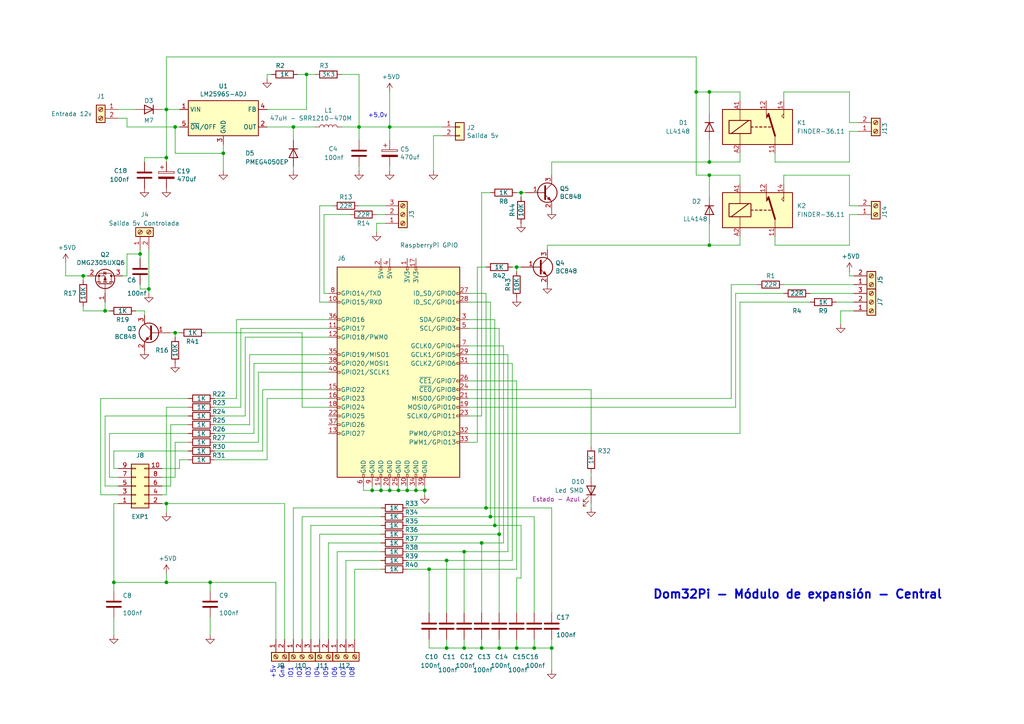
<source format=kicad_sch>
(kicad_sch (version 20211123) (generator eeschema)
  (paper "A4")
  (lib_symbols
    (symbol "Connector:Raspberry_Pi_2_3" (pin_names (offset 1.016))
      (property "Reference" "J" (at -17.78 31.75 0))
      (property "Value" "Raspberry_Pi_2_3" (at 10.16 -31.75 0))
      (symbol "Raspberry_Pi_2_3_1_1"
        (pin power_in line (at 2.54 33.02 270) (length 2.54) (name "3V3") (number "1"))
        (pin bidirectional line (at -20.32 20.32 0) (length 2.54) (name "GPIO15/RXD") (number "10"))
        (pin bidirectional line (at -20.32 12.7 0) (length 2.54) (name "GPIO17") (number "11"))
        (pin bidirectional line (at -20.32 10.16 0) (length 2.54) (name "GPIO18/PWM0") (number "12"))
        (pin bidirectional line (at -20.32 -17.78 0) (length 2.54) (name "GPIO27") (number "13"))
        (pin power_in line (at -5.08 -33.02 90) (length 2.54) (name "GND") (number "14"))
        (pin bidirectional line (at -20.32 -5.08 0) (length 2.54) (name "GPIO22") (number "15"))
        (pin bidirectional line (at -20.32 -7.62 0) (length 2.54) (name "GPIO23") (number "16"))
        (pin power_in line (at 5.08 33.02 270) (length 2.54) (name "3V3") (number "17"))
        (pin bidirectional line (at -20.32 -10.16 0) (length 2.54) (name "GPIO24") (number "18"))
        (pin bidirectional line (at 20.32 -10.16 180) (length 2.54) (name "MOSI0/GPIO10") (number "19"))
        (pin power_in line (at -5.08 33.02 270) (length 2.54) (name "5V") (number "2"))
        (pin power_in line (at -2.54 -33.02 90) (length 2.54) (name "GND") (number "20"))
        (pin bidirectional line (at 20.32 -7.62 180) (length 2.54) (name "MISO0/GPIO9") (number "21"))
        (pin bidirectional line (at -20.32 -12.7 0) (length 2.54) (name "GPIO25") (number "22"))
        (pin bidirectional line (at 20.32 -12.7 180) (length 2.54) (name "SCLK0/GPIO11") (number "23"))
        (pin bidirectional line (at 20.32 -5.08 180) (length 2.54) (name "~{CE0}/GPIO8") (number "24"))
        (pin power_in line (at 0 -33.02 90) (length 2.54) (name "GND") (number "25"))
        (pin bidirectional line (at 20.32 -2.54 180) (length 2.54) (name "~{CE1}/GPIO7") (number "26"))
        (pin bidirectional line (at 20.32 22.86 180) (length 2.54) (name "ID_SD/GPIO0") (number "27"))
        (pin bidirectional line (at 20.32 20.32 180) (length 2.54) (name "ID_SC/GPIO1") (number "28"))
        (pin bidirectional line (at 20.32 5.08 180) (length 2.54) (name "GCLK1/GPIO5") (number "29"))
        (pin bidirectional line (at 20.32 15.24 180) (length 2.54) (name "SDA/GPIO2") (number "3"))
        (pin power_in line (at 2.54 -33.02 90) (length 2.54) (name "GND") (number "30"))
        (pin bidirectional line (at 20.32 2.54 180) (length 2.54) (name "GCLK2/GPIO6") (number "31"))
        (pin bidirectional line (at 20.32 -17.78 180) (length 2.54) (name "PWM0/GPIO12") (number "32"))
        (pin bidirectional line (at 20.32 -20.32 180) (length 2.54) (name "PWM1/GPIO13") (number "33"))
        (pin power_in line (at 5.08 -33.02 90) (length 2.54) (name "GND") (number "34"))
        (pin bidirectional line (at -20.32 5.08 0) (length 2.54) (name "GPIO19/MISO1") (number "35"))
        (pin bidirectional line (at -20.32 15.24 0) (length 2.54) (name "GPIO16") (number "36"))
        (pin bidirectional line (at -20.32 -15.24 0) (length 2.54) (name "GPIO26") (number "37"))
        (pin bidirectional line (at -20.32 2.54 0) (length 2.54) (name "GPIO20/MOSI1") (number "38"))
        (pin power_in line (at 7.62 -33.02 90) (length 2.54) (name "GND") (number "39"))
        (pin power_in line (at -2.54 33.02 270) (length 2.54) (name "5V") (number "4"))
        (pin bidirectional line (at -20.32 0 0) (length 2.54) (name "GPIO21/SCLK1") (number "40"))
        (pin bidirectional line (at 20.32 12.7 180) (length 2.54) (name "SCL/GPIO3") (number "5"))
        (pin power_in line (at -10.16 -33.02 90) (length 2.54) (name "GND") (number "6"))
        (pin bidirectional line (at 20.32 7.62 180) (length 2.54) (name "GCLK0/GPIO4") (number "7"))
        (pin bidirectional line (at -20.32 22.86 0) (length 2.54) (name "GPIO14/TXD") (number "8"))
        (pin power_in line (at -7.62 -33.02 90) (length 2.54) (name "GND") (number "9"))
      )
    )
    (symbol "Connector:Screw_Terminal_01x02" (pin_names (offset 1.016) hide)
      (property "Reference" "J" (at 0 2.54 0))
      (property "Value" "Screw_Terminal_01x02" (at 0 -5.08 0))
      (symbol "Screw_Terminal_01x02_1_1"
        (pin passive line (at -5.08 0 0) (length 3.81) (name "Pin_1") (number "1"))
        (pin passive line (at -5.08 -2.54 0) (length 3.81) (name "Pin_2") (number "2"))
      )
    )
    (symbol "Connector:Screw_Terminal_01x03" (pin_names (offset 1.016) hide)
      (property "Reference" "J" (at 0 5.08 0))
      (property "Value" "Screw_Terminal_01x03" (at 0 -5.08 0))
      (symbol "Screw_Terminal_01x03_1_1"
        (pin passive line (at -5.08 2.54 0) (length 3.81) (name "Pin_1") (number "1"))
        (pin passive line (at -5.08 0 0) (length 3.81) (name "Pin_2") (number "2"))
        (pin passive line (at -5.08 -2.54 0) (length 3.81) (name "Pin_3") (number "3"))
      )
    )
    (symbol "Connector_Generic:Conn_01x02" (pin_names (offset 1.016) hide)
      (property "Reference" "J" (at 0 2.54 0))
      (property "Value" "Conn_01x02" (at 0 -5.08 0))
      (symbol "Conn_01x02_1_1"
        (pin passive line (at -5.08 0 0) (length 3.81) (name "Pin_1") (number "1"))
        (pin passive line (at -5.08 -2.54 0) (length 3.81) (name "Pin_2") (number "2"))
      )
    )
    (symbol "Connector_Generic:Conn_02x05_Odd_Even" (pin_names (offset 1.016) hide)
      (property "Reference" "J" (at 1.27 7.62 0))
      (property "Value" "Conn_02x05_Odd_Even" (at 1.27 -7.62 0))
      (symbol "Conn_02x05_Odd_Even_1_1"
        (pin passive line (at -5.08 5.08 0) (length 3.81) (name "Pin_1") (number "1"))
        (pin passive line (at 7.62 -5.08 180) (length 3.81) (name "Pin_10") (number "10"))
        (pin passive line (at 7.62 5.08 180) (length 3.81) (name "Pin_2") (number "2"))
        (pin passive line (at -5.08 2.54 0) (length 3.81) (name "Pin_3") (number "3"))
        (pin passive line (at 7.62 2.54 180) (length 3.81) (name "Pin_4") (number "4"))
        (pin passive line (at -5.08 0 0) (length 3.81) (name "Pin_5") (number "5"))
        (pin passive line (at 7.62 0 180) (length 3.81) (name "Pin_6") (number "6"))
        (pin passive line (at -5.08 -2.54 0) (length 3.81) (name "Pin_7") (number "7"))
        (pin passive line (at 7.62 -2.54 180) (length 3.81) (name "Pin_8") (number "8"))
        (pin passive line (at -5.08 -5.08 0) (length 3.81) (name "Pin_9") (number "9"))
      )
    )
    (symbol "Device:C" (pin_numbers hide) (pin_names (offset 0.254))
      (property "Reference" "C" (at 0.635 2.54 0))
      (property "Value" "C" (at 0.635 -2.54 0))
      (symbol "C_1_1"
        (pin passive line (at 0 3.81 270) (length 2.794) (name "~") (number "1"))
        (pin passive line (at 0 -3.81 90) (length 2.794) (name "~") (number "2"))
      )
    )
    (symbol "Device:C_Polarized" (pin_numbers hide) (pin_names (offset 0.254))
      (property "Reference" "C" (at 0.635 2.54 0))
      (property "Value" "C_Polarized" (at 0.635 -2.54 0))
      (symbol "C_Polarized_1_1"
        (pin passive line (at 0 3.81 270) (length 2.794) (name "~") (number "1"))
        (pin passive line (at 0 -3.81 90) (length 2.794) (name "~") (number "2"))
      )
    )
    (symbol "Device:D" (pin_numbers hide) (pin_names (offset 1.016) hide)
      (property "Reference" "D" (at 0 2.54 0))
      (property "Value" "D" (at 0 -2.54 0))
      (symbol "D_1_1"
        (pin passive line (at -3.81 0 0) (length 2.54) (name "K") (number "1"))
        (pin passive line (at 3.81 0 180) (length 2.54) (name "A") (number "2"))
      )
    )
    (symbol "Device:L" (pin_numbers hide) (pin_names (offset 1.016) hide)
      (property "Reference" "L" (at -1.27 0 90))
      (property "Value" "L" (at 1.905 0 90))
      (symbol "L_1_1"
        (pin passive line (at 0 3.81 270) (length 1.27) (name "1") (number "1"))
        (pin passive line (at 0 -3.81 90) (length 1.27) (name "2") (number "2"))
      )
    )
    (symbol "Device:LED" (pin_numbers hide) (pin_names (offset 1.016) hide)
      (property "Reference" "D" (at 0 2.54 0))
      (property "Value" "LED" (at 0 -2.54 0))
      (symbol "LED_1_1"
        (pin passive line (at -3.81 0 0) (length 2.54) (name "K") (number "1"))
        (pin passive line (at 3.81 0 180) (length 2.54) (name "A") (number "2"))
      )
    )
    (symbol "Device:Q_NPN_BEC" (pin_names (offset 0) hide)
      (property "Reference" "Q" (at 5.08 1.27 0))
      (property "Value" "Q_NPN_BEC" (at 5.08 -1.27 0))
      (symbol "Q_NPN_BEC_1_1"
        (pin input line (at -5.08 0 0) (length 5.715) (name "B") (number "1"))
        (pin passive line (at 2.54 -5.08 90) (length 2.54) (name "E") (number "2"))
        (pin passive line (at 2.54 5.08 270) (length 2.54) (name "C") (number "3"))
      )
    )
    (symbol "Device:Q_PMOS_GSD" (pin_names (offset 0) hide)
      (property "Reference" "Q" (at 5.08 1.27 0))
      (property "Value" "Q_PMOS_GSD" (at 5.08 -1.27 0))
      (symbol "Q_PMOS_GSD_1_1"
        (pin input line (at -5.08 0 0) (length 2.54) (name "G") (number "1"))
        (pin passive line (at 2.54 -5.08 90) (length 2.54) (name "S") (number "2"))
        (pin passive line (at 2.54 5.08 270) (length 2.54) (name "D") (number "3"))
      )
    )
    (symbol "Device:R" (pin_numbers hide) (pin_names (offset 0))
      (property "Reference" "R" (at 2.032 0 90))
      (property "Value" "R" (at 0 0 90))
      (symbol "R_1_1"
        (pin passive line (at 0 3.81 270) (length 1.27) (name "~") (number "1"))
        (pin passive line (at 0 -3.81 90) (length 1.27) (name "~") (number "2"))
      )
    )
    (symbol "Diode:LL4148" (pin_numbers hide) (pin_names (offset 1.016) hide)
      (property "Reference" "D" (at 0 2.54 0))
      (property "Value" "LL4148" (at 0 -2.54 0))
      (symbol "LL4148_1_1"
        (pin passive line (at -3.81 0 0) (length 2.54) (name "K") (number "1"))
        (pin passive line (at 3.81 0 180) (length 2.54) (name "A") (number "2"))
      )
    )
    (symbol "Regulator_Switching:LM2596S-ADJ"
      (property "Reference" "U" (at -10.16 6.35 0))
      (property "Value" "LM2596S-ADJ" (at 0 6.35 0))
      (symbol "LM2596S-ADJ_1_1"
        (pin power_in line (at -12.7 2.54 0) (length 2.54) (name "VIN") (number "1"))
        (pin output line (at 12.7 -2.54 180) (length 2.54) (name "OUT") (number "2"))
        (pin power_in line (at 0 -7.62 90) (length 2.54) (name "GND") (number "3"))
        (pin input line (at 12.7 2.54 180) (length 2.54) (name "FB") (number "4"))
        (pin input line (at -12.7 -2.54 0) (length 2.54) (name "~{ON}/OFF") (number "5"))
      )
    )
    (symbol "Relay:FINDER-36.11"
      (property "Reference" "K" (at 11.43 3.81 0))
      (property "Value" "FINDER-36.11" (at 11.43 1.27 0))
      (symbol "FINDER-36.11_1_1"
        (pin passive line (at 5.08 -7.62 90) (length 2.54) (name "~") (number "11"))
        (pin passive line (at 2.54 7.62 270) (length 2.54) (name "~") (number "12"))
        (pin passive line (at 7.62 7.62 270) (length 2.54) (name "~") (number "14"))
        (pin passive line (at -5.08 7.62 270) (length 2.54) (name "~") (number "A1"))
        (pin passive line (at -5.08 -7.62 90) (length 2.54) (name "~") (number "A2"))
      )
    )
    (symbol "power:+5VD" (power) (pin_names (offset 0))
      (property "Value" "+5VD" (at 0 3.556 0))
      (symbol "+5VD_1_1"
        (pin power_in line (at 0 0 90) (length 0) hide (name "+5VD") (number "1"))
      )
    )
    (symbol "power:GND" (power) (pin_names (offset 0))
      (property "Value" "GND" (at 0 -3.81 0))
      (symbol "GND_1_1"
        (pin power_in line (at 0 0 270) (length 0) hide (name "GND") (number "1"))
      )
    )
  )
  (junction (at 107.95 142.24))
  (junction (at 143.51 152.4))
  (junction (at 85.09 36.83))
  (junction (at 50.8 36.83))
  (junction (at 113.03 142.24))
  (junction (at 134.62 187.96))
  (junction (at 48.26 168.91))
  (junction (at 48.26 45.72))
  (junction (at 205.74 50.8))
  (junction (at 115.57 142.24))
  (junction (at 113.03 36.83))
  (junction (at 144.78 154.94))
  (junction (at 50.8 96.52))
  (junction (at 151.13 55.88))
  (junction (at 33.02 168.91))
  (junction (at 48.26 146.05))
  (junction (at 134.62 160.02))
  (junction (at 88.9 21.59))
  (junction (at 201.93 26.67))
  (junction (at 123.19 142.24))
  (junction (at 140.97 147.32))
  (junction (at 40.64 73.66))
  (junction (at 154.94 187.96))
  (junction (at 129.54 187.96))
  (junction (at 43.18 83.82))
  (junction (at 24.13 80.01))
  (junction (at 139.7 187.96))
  (junction (at 104.14 36.83))
  (junction (at 205.74 26.67))
  (junction (at 149.86 187.96))
  (junction (at 129.54 162.56))
  (junction (at 60.96 168.91))
  (junction (at 139.7 157.48))
  (junction (at 205.74 71.12))
  (junction (at 205.74 46.99))
  (junction (at 142.24 149.86))
  (junction (at 110.49 142.24))
  (junction (at 30.48 90.17))
  (junction (at 160.02 187.96))
  (junction (at 149.86 77.47))
  (junction (at 120.65 142.24))
  (junction (at 144.78 187.96))
  (junction (at 118.11 142.24))
  (junction (at 64.77 44.45))
  (junction (at 124.46 165.1))
  (junction (at 48.26 31.75))
  (wire (pts (xy 149.86 78.74) (xy 149.86 77.47)))
  (wire (pts (xy 60.96 168.91) (xy 80.01 168.91)))
  (wire (pts (xy 85.09 49.53) (xy 85.09 48.26)))
  (wire (pts (xy 54.61 133.35) (xy 52.07 133.35)))
  (wire (pts (xy 60.96 179.07) (xy 60.96 184.15)))
  (wire (pts (xy 154.94 185.42) (xy 154.94 187.96)))
  (wire (pts (xy 227.33 82.55) (xy 247.65 82.55)))
  (wire (pts (xy 247.65 90.17) (xy 243.84 90.17)))
  (wire (pts (xy 149.86 165.1) (xy 149.86 110.49)))
  (wire (pts (xy 118.11 140.97) (xy 118.11 142.24)))
  (wire (pts (xy 171.45 147.32) (xy 171.45 146.05)))
  (wire (pts (xy 105.41 140.97) (xy 105.41 142.24)))
  (wire (pts (xy 35.56 80.01) (xy 36.83 80.01)))
  (wire (pts (xy 90.17 152.4) (xy 110.49 152.4)))
  (wire (pts (xy 120.65 142.24) (xy 123.19 142.24)))
  (wire (pts (xy 113.03 36.83) (xy 113.03 40.64)))
  (wire (pts (xy 118.11 162.56) (xy 129.54 162.56)))
  (wire (pts (xy 30.48 140.97) (xy 34.29 140.97)))
  (wire (pts (xy 115.57 142.24) (xy 118.11 142.24)))
  (wire (pts (xy 33.02 135.89) (xy 34.29 135.89)))
  (wire (pts (xy 214.63 87.63) (xy 234.95 87.63)))
  (wire (pts (xy 149.86 77.47) (xy 151.13 77.47)))
  (wire (pts (xy 87.63 149.86) (xy 110.49 149.86)))
  (wire (pts (xy 102.87 165.1) (xy 110.49 165.1)))
  (wire (pts (xy 85.09 40.64) (xy 85.09 36.83)))
  (wire (pts (xy 36.83 36.83) (xy 50.8 36.83)))
  (wire (pts (xy 134.62 185.42) (xy 134.62 187.96)))
  (wire (pts (xy 30.48 140.97) (xy 30.48 120.65)))
  (wire (pts (xy 30.48 120.65) (xy 54.61 120.65)))
  (wire (pts (xy 201.93 26.67) (xy 205.74 26.67)))
  (wire (pts (xy 36.83 34.29) (xy 36.83 36.83)))
  (wire (pts (xy 99.06 36.83) (xy 104.14 36.83)))
  (wire (pts (xy 151.13 152.4) (xy 143.51 152.4)))
  (wire (pts (xy 135.89 110.49) (xy 149.86 110.49)))
  (wire (pts (xy 54.61 128.27) (xy 50.8 128.27)))
  (wire (pts (xy 62.23 128.27) (xy 74.93 128.27)))
  (wire (pts (xy 154.94 149.86) (xy 142.24 149.86)))
  (wire (pts (xy 160.02 147.32) (xy 140.97 147.32)))
  (wire (pts (xy 60.96 171.45) (xy 60.96 168.91)))
  (wire (pts (xy 135.89 120.65) (xy 139.7 120.65)))
  (wire (pts (xy 227.33 29.21) (xy 227.33 26.67)))
  (wire (pts (xy 135.89 128.27) (xy 138.43 128.27)))
  (wire (pts (xy 82.55 146.05) (xy 82.55 185.42)))
  (wire (pts (xy 124.46 187.96) (xy 129.54 187.96)))
  (wire (pts (xy 48.26 46.99) (xy 48.26 45.72)))
  (wire (pts (xy 36.83 80.01) (xy 36.83 73.66)))
  (wire (pts (xy 29.21 143.51) (xy 34.29 143.51)))
  (wire (pts (xy 205.74 71.12) (xy 214.63 71.12)))
  (wire (pts (xy 39.37 90.17) (xy 41.91 90.17)))
  (wire (pts (xy 158.75 71.12) (xy 205.74 71.12)))
  (wire (pts (xy 97.79 160.02) (xy 97.79 185.42)))
  (wire (pts (xy 139.7 187.96) (xy 144.78 187.96)))
  (wire (pts (xy 118.11 165.1) (xy 124.46 165.1)))
  (wire (pts (xy 149.86 185.42) (xy 149.86 187.96)))
  (wire (pts (xy 146.05 157.48) (xy 146.05 100.33)))
  (wire (pts (xy 104.14 21.59) (xy 104.14 36.83)))
  (wire (pts (xy 46.99 138.43) (xy 50.8 138.43)))
  (wire (pts (xy 135.89 125.73) (xy 214.63 125.73)))
  (wire (pts (xy 149.86 187.96) (xy 154.94 187.96)))
  (wire (pts (xy 46.99 146.05) (xy 48.26 146.05)))
  (wire (pts (xy 24.13 80.01) (xy 19.05 80.01)))
  (wire (pts (xy 246.38 59.69) (xy 248.92 59.69)))
  (wire (pts (xy 97.79 160.02) (xy 110.49 160.02)))
  (wire (pts (xy 43.18 83.82) (xy 43.18 85.09)))
  (wire (pts (xy 148.59 162.56) (xy 148.59 105.41)))
  (wire (pts (xy 36.83 73.66) (xy 40.64 73.66)))
  (wire (pts (xy 138.43 128.27) (xy 138.43 77.47)))
  (wire (pts (xy 212.09 82.55) (xy 219.71 82.55)))
  (wire (pts (xy 48.26 146.05) (xy 82.55 146.05)))
  (wire (pts (xy 246.38 71.12) (xy 246.38 62.23)))
  (wire (pts (xy 246.38 26.67) (xy 246.38 35.56)))
  (wire (pts (xy 50.8 96.52) (xy 52.07 96.52)))
  (wire (pts (xy 100.33 162.56) (xy 100.33 185.42)))
  (wire (pts (xy 31.75 138.43) (xy 34.29 138.43)))
  (wire (pts (xy 50.8 44.45) (xy 64.77 44.45)))
  (wire (pts (xy 118.11 149.86) (xy 142.24 149.86)))
  (wire (pts (xy 90.17 152.4) (xy 90.17 185.42)))
  (wire (pts (xy 77.47 36.83) (xy 85.09 36.83)))
  (wire (pts (xy 144.78 187.96) (xy 149.86 187.96)))
  (wire (pts (xy 85.09 147.32) (xy 85.09 185.42)))
  (wire (pts (xy 138.43 77.47) (xy 140.97 77.47)))
  (wire (pts (xy 92.71 59.69) (xy 96.52 59.69)))
  (wire (pts (xy 123.19 142.24) (xy 123.19 140.97)))
  (wire (pts (xy 34.29 146.05) (xy 33.02 146.05)))
  (wire (pts (xy 142.24 149.86) (xy 142.24 87.63)))
  (wire (pts (xy 139.7 185.42) (xy 139.7 187.96)))
  (wire (pts (xy 139.7 120.65) (xy 139.7 55.88)))
  (wire (pts (xy 129.54 177.8) (xy 129.54 162.56)))
  (wire (pts (xy 93.98 62.23) (xy 101.6 62.23)))
  (wire (pts (xy 135.89 105.41) (xy 148.59 105.41)))
  (wire (pts (xy 78.74 21.59) (xy 77.47 21.59)))
  (wire (pts (xy 77.47 115.57) (xy 95.25 115.57)))
  (wire (pts (xy 242.57 87.63) (xy 247.65 87.63)))
  (wire (pts (xy 227.33 50.8) (xy 246.38 50.8)))
  (wire (pts (xy 54.61 123.19) (xy 49.53 123.19)))
  (wire (pts (xy 246.38 50.8) (xy 246.38 59.69)))
  (wire (pts (xy 72.39 102.87) (xy 95.25 102.87)))
  (wire (pts (xy 134.62 160.02) (xy 147.32 160.02)))
  (wire (pts (xy 151.13 55.88) (xy 152.4 55.88)))
  (wire (pts (xy 224.79 46.99) (xy 246.38 46.99)))
  (wire (pts (xy 246.38 35.56) (xy 248.92 35.56)))
  (wire (pts (xy 160.02 177.8) (xy 160.02 147.32)))
  (wire (pts (xy 135.89 92.71) (xy 143.51 92.71)))
  (wire (pts (xy 71.12 97.79) (xy 95.25 97.79)))
  (wire (pts (xy 30.48 90.17) (xy 31.75 90.17)))
  (wire (pts (xy 205.74 40.64) (xy 205.74 46.99)))
  (wire (pts (xy 227.33 53.34) (xy 227.33 50.8)))
  (wire (pts (xy 48.26 16.51) (xy 48.26 31.75)))
  (wire (pts (xy 104.14 40.64) (xy 104.14 36.83)))
  (wire (pts (xy 30.48 87.63) (xy 30.48 90.17)))
  (wire (pts (xy 135.89 95.25) (xy 144.78 95.25)))
  (wire (pts (xy 87.63 96.52) (xy 87.63 118.11)))
  (wire (pts (xy 24.13 80.01) (xy 24.13 81.28)))
  (wire (pts (xy 46.99 143.51) (xy 48.26 143.51)))
  (wire (pts (xy 62.23 118.11) (xy 69.85 118.11)))
  (wire (pts (xy 29.21 115.57) (xy 54.61 115.57)))
  (wire (pts (xy 129.54 185.42) (xy 129.54 187.96)))
  (wire (pts (xy 73.66 105.41) (xy 95.25 105.41)))
  (wire (pts (xy 160.02 46.99) (xy 160.02 50.8)))
  (wire (pts (xy 24.13 90.17) (xy 30.48 90.17)))
  (wire (pts (xy 33.02 146.05) (xy 33.02 168.91)))
  (wire (pts (xy 118.11 147.32) (xy 140.97 147.32)))
  (wire (pts (xy 118.11 160.02) (xy 134.62 160.02)))
  (wire (pts (xy 246.38 80.01) (xy 246.38 78.74)))
  (wire (pts (xy 62.23 120.65) (xy 71.12 120.65)))
  (wire (pts (xy 62.23 130.81) (xy 76.2 130.81)))
  (wire (pts (xy 49.53 96.52) (xy 50.8 96.52)))
  (wire (pts (xy 105.41 142.24) (xy 107.95 142.24)))
  (wire (pts (xy 41.91 90.17) (xy 41.91 91.44)))
  (wire (pts (xy 54.61 130.81) (xy 33.02 130.81)))
  (wire (pts (xy 243.84 90.17) (xy 243.84 93.98)))
  (wire (pts (xy 40.64 72.39) (xy 40.64 73.66)))
  (wire (pts (xy 134.62 187.96) (xy 139.7 187.96)))
  (wire (pts (xy 140.97 147.32) (xy 140.97 85.09)))
  (wire (pts (xy 113.03 142.24) (xy 115.57 142.24)))
  (wire (pts (xy 88.9 21.59) (xy 86.36 21.59)))
  (wire (pts (xy 143.51 152.4) (xy 143.51 92.71)))
  (wire (pts (xy 111.76 64.77) (xy 109.22 64.77)))
  (wire (pts (xy 54.61 125.73) (xy 31.75 125.73)))
  (wire (pts (xy 124.46 165.1) (xy 149.86 165.1)))
  (wire (pts (xy 33.02 168.91) (xy 33.02 171.45)))
  (wire (pts (xy 110.49 140.97) (xy 110.49 142.24)))
  (wire (pts (xy 135.89 85.09) (xy 140.97 85.09)))
  (wire (pts (xy 48.26 118.11) (xy 48.26 143.51)))
  (wire (pts (xy 128.27 39.37) (xy 125.73 39.37)))
  (wire (pts (xy 40.64 82.55) (xy 40.64 83.82)))
  (wire (pts (xy 71.12 120.65) (xy 71.12 97.79)))
  (wire (pts (xy 85.09 147.32) (xy 110.49 147.32)))
  (wire (pts (xy 135.89 118.11) (xy 213.36 118.11)))
  (wire (pts (xy 205.74 50.8) (xy 205.74 57.15)))
  (wire (pts (xy 104.14 59.69) (xy 111.76 59.69)))
  (wire (pts (xy 118.11 142.24) (xy 120.65 142.24)))
  (wire (pts (xy 212.09 115.57) (xy 212.09 82.55)))
  (wire (pts (xy 171.45 113.03) (xy 171.45 129.54)))
  (wire (pts (xy 109.22 62.23) (xy 111.76 62.23)))
  (wire (pts (xy 74.93 107.95) (xy 95.25 107.95)))
  (wire (pts (xy 77.47 21.59) (xy 77.47 22.86)))
  (wire (pts (xy 40.64 73.66) (xy 40.64 74.93)))
  (wire (pts (xy 62.23 123.19) (xy 72.39 123.19)))
  (wire (pts (xy 160.02 187.96) (xy 160.02 194.31)))
  (wire (pts (xy 201.93 50.8) (xy 201.93 26.67)))
  (wire (pts (xy 134.62 177.8) (xy 134.62 160.02)))
  (wire (pts (xy 40.64 83.82) (xy 43.18 83.82)))
  (wire (pts (xy 48.26 166.37) (xy 48.26 168.91)))
  (wire (pts (xy 224.79 71.12) (xy 246.38 71.12)))
  (wire (pts (xy 113.03 49.53) (xy 113.03 48.26)))
  (wire (pts (xy 135.89 102.87) (xy 147.32 102.87)))
  (wire (pts (xy 72.39 123.19) (xy 72.39 102.87)))
  (wire (pts (xy 160.02 46.99) (xy 205.74 46.99)))
  (wire (pts (xy 124.46 185.42) (xy 124.46 187.96)))
  (wire (pts (xy 213.36 85.09) (xy 227.33 85.09)))
  (wire (pts (xy 99.06 21.59) (xy 104.14 21.59)))
  (wire (pts (xy 151.13 167.64) (xy 151.13 152.4)))
  (wire (pts (xy 95.25 157.48) (xy 95.25 185.42)))
  (wire (pts (xy 77.47 133.35) (xy 77.47 115.57)))
  (wire (pts (xy 129.54 162.56) (xy 148.59 162.56)))
  (wire (pts (xy 64.77 41.91) (xy 64.77 44.45)))
  (wire (pts (xy 62.23 125.73) (xy 73.66 125.73)))
  (wire (pts (xy 205.74 46.99) (xy 214.63 46.99)))
  (wire (pts (xy 92.71 59.69) (xy 92.71 87.63)))
  (wire (pts (xy 246.38 46.99) (xy 246.38 38.1)))
  (wire (pts (xy 41.91 45.72) (xy 48.26 45.72)))
  (wire (pts (xy 151.13 57.15) (xy 151.13 55.88)))
  (wire (pts (xy 118.11 157.48) (xy 139.7 157.48)))
  (wire (pts (xy 77.47 31.75) (xy 88.9 31.75)))
  (wire (pts (xy 214.63 44.45) (xy 214.63 46.99)))
  (wire (pts (xy 214.63 125.73) (xy 214.63 87.63)))
  (wire (pts (xy 214.63 50.8) (xy 205.74 50.8)))
  (wire (pts (xy 201.93 26.67) (xy 201.93 16.51)))
  (wire (pts (xy 73.66 125.73) (xy 73.66 105.41)))
  (wire (pts (xy 68.58 115.57) (xy 68.58 92.71)))
  (wire (pts (xy 205.74 64.77) (xy 205.74 71.12)))
  (wire (pts (xy 158.75 71.12) (xy 158.75 72.39)))
  (wire (pts (xy 125.73 39.37) (xy 125.73 49.53)))
  (wire (pts (xy 135.89 115.57) (xy 212.09 115.57)))
  (wire (pts (xy 33.02 168.91) (xy 48.26 168.91)))
  (wire (pts (xy 214.63 53.34) (xy 214.63 50.8)))
  (wire (pts (xy 92.71 154.94) (xy 110.49 154.94)))
  (wire (pts (xy 109.22 64.77) (xy 109.22 67.31)))
  (wire (pts (xy 74.93 128.27) (xy 74.93 107.95)))
  (wire (pts (xy 214.63 29.21) (xy 214.63 26.67)))
  (wire (pts (xy 139.7 55.88) (xy 142.24 55.88)))
  (wire (pts (xy 205.74 50.8) (xy 201.93 50.8)))
  (wire (pts (xy 93.98 62.23) (xy 93.98 85.09)))
  (wire (pts (xy 154.94 187.96) (xy 160.02 187.96)))
  (wire (pts (xy 213.36 118.11) (xy 213.36 85.09)))
  (wire (pts (xy 124.46 177.8) (xy 124.46 165.1)))
  (wire (pts (xy 92.71 87.63) (xy 95.25 87.63)))
  (wire (pts (xy 113.03 142.24) (xy 113.03 140.97)))
  (wire (pts (xy 69.85 95.25) (xy 95.25 95.25)))
  (wire (pts (xy 52.07 133.35) (xy 52.07 135.89)))
  (wire (pts (xy 69.85 118.11) (xy 69.85 95.25)))
  (wire (pts (xy 107.95 140.97) (xy 107.95 142.24)))
  (wire (pts (xy 95.25 157.48) (xy 110.49 157.48)))
  (wire (pts (xy 135.89 113.03) (xy 171.45 113.03)))
  (wire (pts (xy 115.57 140.97) (xy 115.57 142.24)))
  (wire (pts (xy 92.71 154.94) (xy 92.71 185.42)))
  (wire (pts (xy 64.77 44.45) (xy 64.77 49.53)))
  (wire (pts (xy 102.87 165.1) (xy 102.87 185.42)))
  (wire (pts (xy 33.02 130.81) (xy 33.02 135.89)))
  (wire (pts (xy 135.89 100.33) (xy 146.05 100.33)))
  (wire (pts (xy 19.05 80.01) (xy 19.05 76.2)))
  (wire (pts (xy 224.79 68.58) (xy 224.79 71.12)))
  (wire (pts (xy 107.95 142.24) (xy 110.49 142.24)))
  (wire (pts (xy 50.8 36.83) (xy 50.8 44.45)))
  (wire (pts (xy 129.54 187.96) (xy 134.62 187.96)))
  (wire (pts (xy 149.86 167.64) (xy 151.13 167.64)))
  (wire (pts (xy 54.61 118.11) (xy 48.26 118.11)))
  (wire (pts (xy 160.02 185.42) (xy 160.02 187.96)))
  (wire (pts (xy 104.14 36.83) (xy 113.03 36.83)))
  (wire (pts (xy 87.63 118.11) (xy 95.25 118.11)))
  (wire (pts (xy 46.99 140.97) (xy 49.53 140.97)))
  (wire (pts (xy 62.23 133.35) (xy 77.47 133.35)))
  (wire (pts (xy 154.94 177.8) (xy 154.94 149.86)))
  (wire (pts (xy 205.74 26.67) (xy 205.74 33.02)))
  (wire (pts (xy 234.95 85.09) (xy 247.65 85.09)))
  (wire (pts (xy 147.32 160.02) (xy 147.32 102.87)))
  (wire (pts (xy 68.58 92.71) (xy 95.25 92.71)))
  (wire (pts (xy 80.01 168.91) (xy 80.01 185.42)))
  (wire (pts (xy 118.11 152.4) (xy 143.51 152.4)))
  (wire (pts (xy 76.2 113.03) (xy 95.25 113.03)))
  (wire (pts (xy 50.8 97.79) (xy 50.8 96.52)))
  (wire (pts (xy 87.63 149.86) (xy 87.63 185.42)))
  (wire (pts (xy 33.02 179.07) (xy 33.02 184.15)))
  (wire (pts (xy 149.86 177.8) (xy 149.86 167.64)))
  (wire (pts (xy 214.63 71.12) (xy 214.63 68.58)))
  (wire (pts (xy 246.38 38.1) (xy 248.92 38.1)))
  (wire (pts (xy 113.03 36.83) (xy 113.03 26.67)))
  (wire (pts (xy 62.23 115.57) (xy 68.58 115.57)))
  (wire (pts (xy 52.07 36.83) (xy 50.8 36.83)))
  (wire (pts (xy 149.86 55.88) (xy 151.13 55.88)))
  (wire (pts (xy 91.44 21.59) (xy 88.9 21.59)))
  (wire (pts (xy 118.11 154.94) (xy 144.78 154.94)))
  (wire (pts (xy 128.27 36.83) (xy 113.03 36.83)))
  (wire (pts (xy 148.59 77.47) (xy 149.86 77.47)))
  (wire (pts (xy 48.26 31.75) (xy 52.07 31.75)))
  (wire (pts (xy 139.7 157.48) (xy 146.05 157.48)))
  (wire (pts (xy 144.78 185.42) (xy 144.78 187.96)))
  (wire (pts (xy 171.45 138.43) (xy 171.45 137.16)))
  (wire (pts (xy 224.79 44.45) (xy 224.79 46.99)))
  (wire (pts (xy 49.53 123.19) (xy 49.53 140.97)))
  (wire (pts (xy 201.93 16.51) (xy 48.26 16.51)))
  (wire (pts (xy 123.19 143.51) (xy 123.19 142.24)))
  (wire (pts (xy 88.9 31.75) (xy 88.9 21.59)))
  (wire (pts (xy 31.75 125.73) (xy 31.75 138.43)))
  (wire (pts (xy 104.14 49.53) (xy 104.14 48.26)))
  (wire (pts (xy 120.65 140.97) (xy 120.65 142.24)))
  (wire (pts (xy 247.65 80.01) (xy 246.38 80.01)))
  (wire (pts (xy 85.09 36.83) (xy 91.44 36.83)))
  (wire (pts (xy 144.78 154.94) (xy 144.78 95.25)))
  (wire (pts (xy 135.89 87.63) (xy 142.24 87.63)))
  (wire (pts (xy 34.29 31.75) (xy 39.37 31.75)))
  (wire (pts (xy 59.69 96.52) (xy 87.63 96.52)))
  (wire (pts (xy 46.99 135.89) (xy 52.07 135.89)))
  (wire (pts (xy 95.25 85.09) (xy 93.98 85.09)))
  (wire (pts (xy 48.26 45.72) (xy 48.26 31.75)))
  (wire (pts (xy 144.78 177.8) (xy 144.78 154.94)))
  (wire (pts (xy 246.38 62.23) (xy 248.92 62.23)))
  (wire (pts (xy 100.33 162.56) (xy 110.49 162.56)))
  (wire (pts (xy 48.26 146.05) (xy 48.26 148.59)))
  (wire (pts (xy 43.18 72.39) (xy 43.18 83.82)))
  (wire (pts (xy 46.99 31.75) (xy 48.26 31.75)))
  (wire (pts (xy 24.13 88.9) (xy 24.13 90.17)))
  (wire (pts (xy 110.49 142.24) (xy 113.03 142.24)))
  (wire (pts (xy 50.8 128.27) (xy 50.8 138.43)))
  (wire (pts (xy 25.4 80.01) (xy 24.13 80.01)))
  (wire (pts (xy 29.21 115.57) (xy 29.21 143.51)))
  (wire (pts (xy 48.26 168.91) (xy 60.96 168.91)))
  (wire (pts (xy 41.91 46.99) (xy 41.91 45.72)))
  (wire (pts (xy 34.29 34.29) (xy 36.83 34.29)))
  (wire (pts (xy 139.7 177.8) (xy 139.7 157.48)))
  (wire (pts (xy 227.33 26.67) (xy 246.38 26.67)))
  (wire (pts (xy 76.2 130.81) (xy 76.2 113.03)))
  (wire (pts (xy 214.63 26.67) (xy 205.74 26.67)))
  (text "IO4" (at 92.71 196.85 90) (effects (font (size 1.27 1.27)) (justify left bottom)))
  (text "+5,0v" (at 106.68 34.29 0) (effects (font (size 1.27 1.27)) (justify left bottom)))
  (text "Dom32Pi - Módulo de expansión - Central" (at 189.23 173.99 0) (effects (font (size 2.4892 2.4892) (thickness 0.4978) bold) (justify left bottom)))
  (text "Gnd" (at 82.55 196.85 90) (effects (font (size 1.27 1.27)) (justify left bottom)))
  (text "IO6" (at 97.79 196.85 90) (effects (font (size 1.27 1.27)) (justify left bottom)))
  (text "IO5" (at 95.25 196.85 90) (effects (font (size 1.27 1.27)) (justify left bottom)))
  (text "IO2" (at 87.63 196.85 90) (effects (font (size 1.27 1.27)) (justify left bottom)))
  (text "IO3" (at 90.17 196.85 90) (effects (font (size 1.27 1.27)) (justify left bottom)))
  (text "IO1" (at 85.09 196.85 90) (effects (font (size 1.27 1.27)) (justify left bottom)))
  (text "IO8" (at 102.87 196.85 90) (effects (font (size 1.27 1.27)) (justify left bottom)))
  (text "IO7" (at 100.33 196.85 90) (effects (font (size 1.27 1.27)) (justify left bottom)))
  (text "+5v" (at 80.01 193.04 270) (effects (font (size 1.27 1.27)) (justify right bottom)))
  (symbol (lib_id "Connector:Raspberry_Pi_2_3") (at 115.57 107.95 0) (unit 1)
    (property "Reference" "J6" (at 99.06 74.93 0))
    (property "Value" "RaspberryPi GPIO" (at 124.46 71.12 0))
    (property "Footprint" "Connector_PinSocket_2.54mm:PinSocket_2x20_P2.54mm_Vertical" (effects hide))
    (property "Datasheet" "https://www.raspberrypi.org/documentation/hardware/raspberrypi/schematics/rpi_SCH_3bplus_1p0_reduced.pdf" (effects hide))
  )
  (symbol (lib_id "power:GND") (at 123.19 143.51 0) (unit 1)
    (property "Reference" "#PWR021" (effects hide))
    (property "Value" "GND" (effects hide))
  )
  (symbol (lib_id "Device:R") (at 146.05 55.88 90) (unit 1)
    (property "Reference" "R8" (at 146.05 58.42 90))
    (property "Value" "1K" (at 146.05 55.88 90))
    (property "Footprint" "Resistor_SMD:R_0805_2012Metric_Pad1.20x1.40mm_HandSolder" (effects hide))
  )
  (symbol (lib_id "Device:R") (at 238.76 87.63 90) (unit 1)
    (property "Reference" "R9" (at 238.76 90.17 90))
    (property "Value" "1K" (at 238.76 87.63 90))
    (property "Footprint" "Resistor_SMD:R_0805_2012Metric_Pad1.20x1.40mm_HandSolder" (effects hide))
  )
  (symbol (lib_id "Device:R") (at 100.33 59.69 90) (unit 1)
    (property "Reference" "R13" (at 100.33 57.15 90))
    (property "Value" "22R" (at 100.33 59.69 90))
    (property "Footprint" "Resistor_SMD:R_0805_2012Metric_Pad1.20x1.40mm_HandSolder" (effects hide))
  )
  (symbol (lib_id "Device:R") (at 105.41 62.23 90) (unit 1)
    (property "Reference" "R14" (at 105.41 64.77 90))
    (property "Value" "22R" (at 105.41 62.23 90))
    (property "Footprint" "Resistor_SMD:R_0805_2012Metric_Pad1.20x1.40mm_HandSolder" (effects hide))
  )
  (symbol (lib_id "Device:R") (at 171.45 133.35 180) (unit 1)
    (property "Reference" "R32" (at 175.26 130.81 0))
    (property "Value" "1K" (at 171.45 133.35 90))
    (property "Footprint" "Resistor_SMD:R_0805_2012Metric_Pad1.20x1.40mm_HandSolder" (effects hide))
  )
  (symbol (lib_id "Device:LED") (at 171.45 142.24 270) (mirror x) (unit 1)
    (property "Reference" "D10" (at 167.64 139.7 90))
    (property "Value" "Led SMD" (at 165.1 142.24 90))
    (property "Footprint" "LED_SMD:LED_1206_3216Metric_Pad1.42x1.75mm_HandSolder" (effects hide))
    (property "Etiqueta" "Estado - Azul" (at 161.29 144.78 90))
  )
  (symbol (lib_id "power:GND") (at 171.45 147.32 0) (unit 1)
    (property "Reference" "#PWR023" (effects hide))
    (property "Value" "GND" (effects hide))
  )
  (symbol (lib_id "power:GND") (at 160.02 194.31 0) (unit 1)
    (property "Reference" "#PWR027" (effects hide))
    (property "Value" "GND" (effects hide))
  )
  (symbol (lib_id "Connector:Screw_Terminal_01x02") (at 80.01 190.5 90) (mirror x) (unit 1)
    (property "Reference" "J9" (at 82.55 193.04 90) (effects (justify left)))
    (property "Value" "Bx2" (effects hide))
    (property "Footprint" "TerminalBlock_Phoenix:TerminalBlock_Phoenix_PT-1,5-2-5.0-H_1x02_P5.00mm_Horizontal" (effects hide))
  )
  (symbol (lib_id "Connector:Screw_Terminal_01x03") (at 87.63 190.5 90) (mirror x) (unit 1)
    (property "Reference" "J10" (at 88.9 193.04 90) (effects (justify left)))
    (property "Value" "Bx3" (effects hide))
    (property "Footprint" "TerminalBlock_Phoenix:TerminalBlock_Phoenix_PT-1,5-3-5.0-H_1x03_P5.00mm_Horizontal" (effects hide))
  )
  (symbol (lib_id "Connector:Screw_Terminal_01x03") (at 100.33 190.5 90) (mirror x) (unit 1)
    (property "Reference" "J12" (at 101.6 193.04 90) (effects (justify left)))
    (property "Value" "Bx3" (effects hide))
    (property "Footprint" "TerminalBlock_Phoenix:TerminalBlock_Phoenix_PT-1,5-3-5.0-H_1x03_P5.00mm_Horizontal" (effects hide))
  )
  (symbol (lib_id "Connector:Screw_Terminal_01x02") (at 92.71 190.5 90) (mirror x) (unit 1)
    (property "Reference" "J11" (at 95.25 193.04 90) (effects (justify left)))
    (property "Value" "Bx2" (effects hide))
    (property "Footprint" "TerminalBlock_Phoenix:TerminalBlock_Phoenix_PT-1,5-2-5.0-H_1x02_P5.00mm_Horizontal" (effects hide))
  )
  (symbol (lib_id "Device:R") (at 58.42 133.35 90) (unit 1)
    (property "Reference" "R31" (at 63.5 132.08 90))
    (property "Value" "1K" (at 58.42 133.35 90))
    (property "Footprint" "Resistor_SMD:R_0805_2012Metric_Pad1.20x1.40mm_HandSolder" (effects hide))
  )
  (symbol (lib_id "Device:R") (at 58.42 130.81 90) (unit 1)
    (property "Reference" "R30" (at 63.5 129.54 90))
    (property "Value" "1K" (at 58.42 130.81 90))
    (property "Footprint" "Resistor_SMD:R_0805_2012Metric_Pad1.20x1.40mm_HandSolder" (effects hide))
  )
  (symbol (lib_id "Device:R") (at 58.42 128.27 90) (unit 1)
    (property "Reference" "R27" (at 63.5 127 90))
    (property "Value" "1K" (at 58.42 128.27 90))
    (property "Footprint" "Resistor_SMD:R_0805_2012Metric_Pad1.20x1.40mm_HandSolder" (effects hide))
  )
  (symbol (lib_id "Device:R") (at 58.42 125.73 90) (unit 1)
    (property "Reference" "R26" (at 63.5 124.46 90))
    (property "Value" "1K" (at 58.42 125.73 90))
    (property "Footprint" "Resistor_SMD:R_0805_2012Metric_Pad1.20x1.40mm_HandSolder" (effects hide))
  )
  (symbol (lib_id "Device:R") (at 58.42 123.19 90) (unit 1)
    (property "Reference" "R25" (at 63.5 121.92 90))
    (property "Value" "1K" (at 58.42 123.19 90))
    (property "Footprint" "Resistor_SMD:R_0805_2012Metric_Pad1.20x1.40mm_HandSolder" (effects hide))
  )
  (symbol (lib_id "Device:R") (at 58.42 120.65 90) (unit 1)
    (property "Reference" "R24" (at 63.5 119.38 90))
    (property "Value" "1K" (at 58.42 120.65 90))
    (property "Footprint" "Resistor_SMD:R_0805_2012Metric_Pad1.20x1.40mm_HandSolder" (effects hide))
  )
  (symbol (lib_id "Device:R") (at 58.42 118.11 90) (unit 1)
    (property "Reference" "R23" (at 63.5 116.84 90))
    (property "Value" "1K" (at 58.42 118.11 90))
    (property "Footprint" "Resistor_SMD:R_0805_2012Metric_Pad1.20x1.40mm_HandSolder" (effects hide))
  )
  (symbol (lib_id "Device:R") (at 58.42 115.57 90) (unit 1)
    (property "Reference" "R22" (at 63.5 114.3 90))
    (property "Value" "1K" (at 58.42 115.57 90))
    (property "Footprint" "Resistor_SMD:R_0805_2012Metric_Pad1.20x1.40mm_HandSolder" (effects hide))
  )
  (symbol (lib_id "Device:C") (at 33.02 175.26 0) (unit 1)
    (property "Reference" "C8" (at 35.56 172.72 0) (effects (justify left)))
    (property "Value" "100nf" (at 35.56 177.8 0) (effects (justify left)))
    (property "Footprint" "Capacitor_SMD:C_0805_2012Metric_Pad1.18x1.45mm_HandSolder" (effects hide))
  )
  (symbol (lib_id "power:GND") (at 33.02 184.15 0) (unit 1)
    (property "Reference" "#PWR025" (effects hide))
    (property "Value" "GND" (effects hide))
  )
  (symbol (lib_id "Device:Q_PMOS_GSD") (at 30.48 82.55 270) (mirror x) (unit 1)
    (property "Reference" "Q2" (at 30.48 73.8632 90))
    (property "Value" "DMG2305UXQ6" (at 29.21 76.2 90))
    (property "Footprint" "Package_TO_SOT_SMD:SOT-23" (effects hide))
  )
  (symbol (lib_id "Device:R") (at 24.13 85.09 180) (unit 1)
    (property "Reference" "R17" (at 20.32 85.09 0))
    (property "Value" "10K" (at 24.13 85.09 90))
    (property "Footprint" "Resistor_SMD:R_0805_2012Metric_Pad1.20x1.40mm_HandSolder" (effects hide))
  )
  (symbol (lib_id "Device:R") (at 114.3 165.1 90) (unit 1)
    (property "Reference" "R40" (at 119.38 163.83 90))
    (property "Value" "1K" (at 114.3 165.1 90))
    (property "Footprint" "Resistor_SMD:R_0805_2012Metric_Pad1.20x1.40mm_HandSolder" (effects hide))
  )
  (symbol (lib_id "Device:R") (at 114.3 162.56 90) (unit 1)
    (property "Reference" "R39" (at 119.38 161.29 90))
    (property "Value" "1K" (at 114.3 162.56 90))
    (property "Footprint" "Resistor_SMD:R_0805_2012Metric_Pad1.20x1.40mm_HandSolder" (effects hide))
  )
  (symbol (lib_id "Device:R") (at 114.3 160.02 90) (unit 1)
    (property "Reference" "R38" (at 119.38 158.75 90))
    (property "Value" "1K" (at 114.3 160.02 90))
    (property "Footprint" "Resistor_SMD:R_0805_2012Metric_Pad1.20x1.40mm_HandSolder" (effects hide))
  )
  (symbol (lib_id "Device:R") (at 114.3 157.48 90) (unit 1)
    (property "Reference" "R37" (at 119.38 156.21 90))
    (property "Value" "1K" (at 114.3 157.48 90))
    (property "Footprint" "Resistor_SMD:R_0805_2012Metric_Pad1.20x1.40mm_HandSolder" (effects hide))
  )
  (symbol (lib_id "Device:R") (at 114.3 154.94 90) (unit 1)
    (property "Reference" "R36" (at 119.38 153.67 90))
    (property "Value" "1K" (at 114.3 154.94 90))
    (property "Footprint" "Resistor_SMD:R_0805_2012Metric_Pad1.20x1.40mm_HandSolder" (effects hide))
  )
  (symbol (lib_id "Device:R") (at 114.3 152.4 90) (unit 1)
    (property "Reference" "R35" (at 119.38 151.13 90))
    (property "Value" "1K" (at 114.3 152.4 90))
    (property "Footprint" "Resistor_SMD:R_0805_2012Metric_Pad1.20x1.40mm_HandSolder" (effects hide))
  )
  (symbol (lib_id "Device:R") (at 114.3 149.86 90) (unit 1)
    (property "Reference" "R34" (at 119.38 148.59 90))
    (property "Value" "1K" (at 114.3 149.86 90))
    (property "Footprint" "Resistor_SMD:R_0805_2012Metric_Pad1.20x1.40mm_HandSolder" (effects hide))
  )
  (symbol (lib_id "Device:R") (at 114.3 147.32 90) (unit 1)
    (property "Reference" "R33" (at 119.38 146.05 90))
    (property "Value" "1K" (at 114.3 147.32 90))
    (property "Footprint" "Resistor_SMD:R_0805_2012Metric_Pad1.20x1.40mm_HandSolder" (effects hide))
  )
  (symbol (lib_id "power:+5VD") (at 19.05 76.2 0) (unit 1)
    (property "Reference" "#PWR015" (effects hide))
    (property "Value" "+5VD" (at 19.431 71.8058 0))
  )
  (symbol (lib_id "Connector:Screw_Terminal_01x02") (at 40.64 67.31 90) (unit 1)
    (property "Reference" "J4" (at 43.18 62.23 90) (effects (justify left)))
    (property "Value" "Salida 5v Controlada" (at 52.07 64.77 90) (effects (justify left)))
    (property "Footprint" "TerminalBlock_Phoenix:TerminalBlock_Phoenix_PT-1,5-2-5.0-H_1x02_P5.00mm_Horizontal" (effects hide))
  )
  (symbol (lib_id "power:GND") (at 43.18 85.09 0) (unit 1)
    (property "Reference" "#PWR016" (effects hide))
    (property "Value" "GND" (effects hide))
  )
  (symbol (lib_id "Device:C") (at 40.64 78.74 0) (unit 1)
    (property "Reference" "C6" (at 36.83 81.28 0) (effects (justify left)))
    (property "Value" "100nf" (at 36.83 85.09 0) (effects (justify left)))
    (property "Footprint" "Capacitor_SMD:C_0805_2012Metric_Pad1.18x1.45mm_HandSolder" (effects hide))
  )
  (symbol (lib_id "Connector_Generic:Conn_02x05_Odd_Even") (at 39.37 140.97 0) (mirror x) (unit 1)
    (property "Reference" "J8" (at 40.64 132.08 0))
    (property "Value" "EXP1" (at 40.64 149.86 0))
    (property "Footprint" "Connector_PinHeader_2.54mm:PinHeader_2x05_P2.54mm_Vertical" (effects hide))
  )
  (symbol (lib_id "power:GND") (at 48.26 148.59 0) (unit 1)
    (property "Reference" "#PWR022" (effects hide))
    (property "Value" "GND" (effects hide))
  )
  (symbol (lib_id "Device:C") (at 124.46 181.61 0) (unit 1)
    (property "Reference" "C10" (at 123.19 190.5 0) (effects (justify left)))
    (property "Value" "100nf" (at 121.92 193.04 0) (effects (justify left)))
    (property "Footprint" "Capacitor_SMD:C_0805_2012Metric_Pad1.18x1.45mm_HandSolder" (effects hide))
  )
  (symbol (lib_id "Device:C") (at 129.54 181.61 0) (unit 1)
    (property "Reference" "C11" (at 128.27 190.5 0) (effects (justify left)))
    (property "Value" "100nf" (at 127 194.31 0) (effects (justify left)))
    (property "Footprint" "Capacitor_SMD:C_0805_2012Metric_Pad1.18x1.45mm_HandSolder" (effects hide))
  )
  (symbol (lib_id "Device:C") (at 134.62 181.61 0) (unit 1)
    (property "Reference" "C12" (at 133.35 190.5 0) (effects (justify left)))
    (property "Value" "100nf" (at 132.08 193.04 0) (effects (justify left)))
    (property "Footprint" "Capacitor_SMD:C_0805_2012Metric_Pad1.18x1.45mm_HandSolder" (effects hide))
  )
  (symbol (lib_id "Device:C") (at 139.7 181.61 0) (unit 1)
    (property "Reference" "C13" (at 138.43 190.5 0) (effects (justify left)))
    (property "Value" "100nf" (at 137.16 194.31 0) (effects (justify left)))
    (property "Footprint" "Capacitor_SMD:C_0805_2012Metric_Pad1.18x1.45mm_HandSolder" (effects hide))
  )
  (symbol (lib_id "Device:C") (at 144.78 181.61 0) (unit 1)
    (property "Reference" "C14" (at 143.51 190.5 0) (effects (justify left)))
    (property "Value" "100nf" (at 142.24 193.04 0) (effects (justify left)))
    (property "Footprint" "Capacitor_SMD:C_0805_2012Metric_Pad1.18x1.45mm_HandSolder" (effects hide))
  )
  (symbol (lib_id "Device:C") (at 149.86 181.61 0) (unit 1)
    (property "Reference" "C15" (at 148.59 190.5 0) (effects (justify left)))
    (property "Value" "100nf" (at 147.32 194.31 0) (effects (justify left)))
    (property "Footprint" "Capacitor_SMD:C_0805_2012Metric_Pad1.18x1.45mm_HandSolder" (effects hide))
  )
  (symbol (lib_id "Device:C") (at 154.94 181.61 0) (unit 1)
    (property "Reference" "C16" (at 152.4 190.5 0) (effects (justify left)))
    (property "Value" "100nf" (at 152.4 193.04 0) (effects (justify left)))
    (property "Footprint" "Capacitor_SMD:C_0805_2012Metric_Pad1.18x1.45mm_HandSolder" (effects hide))
  )
  (symbol (lib_id "Device:C") (at 160.02 181.61 0) (unit 1)
    (property "Reference" "C17" (at 161.29 179.07 0) (effects (justify left)))
    (property "Value" "100nf" (at 161.29 184.15 0) (effects (justify left)))
    (property "Footprint" "Capacitor_SMD:C_0805_2012Metric_Pad1.18x1.45mm_HandSolder" (effects hide))
  )
  (symbol (lib_id "Regulator_Switching:LM2596S-ADJ") (at 64.77 34.29 0) (unit 1)
    (property "Reference" "U1" (at 64.77 24.9682 0))
    (property "Value" "LM2596S-ADJ" (at 64.77 27.2796 0))
    (property "Footprint" "Package_TO_SOT_SMD:TO-263-5_TabPin3" (effects hide))
    (property "Datasheet" "http://www.ti.com/lit/ds/symlink/lm2596.pdf" (effects hide))
  )
  (symbol (lib_id "Device:R") (at 82.55 21.59 270) (unit 1)
    (property "Reference" "R2" (at 81.28 19.05 90))
    (property "Value" "1K" (at 82.55 21.59 90))
    (property "Footprint" "Resistor_SMD:R_0805_2012Metric_Pad1.20x1.40mm_HandSolder" (effects hide))
  )
  (symbol (lib_id "Device:R") (at 95.25 21.59 270) (unit 1)
    (property "Reference" "R3" (at 93.98 19.05 90))
    (property "Value" "3K3" (at 95.25 21.59 90))
    (property "Footprint" "Resistor_SMD:R_0805_2012Metric_Pad1.20x1.40mm_HandSolder" (effects hide))
  )
  (symbol (lib_id "Device:D") (at 85.09 44.45 270) (unit 1)
    (property "Reference" "D5" (at 71.12 44.45 90) (effects (justify left)))
    (property "Value" "PMEG4050EP" (at 71.12 46.99 90) (effects (justify left)))
    (property "Footprint" "Diode_SMD:D_SOD-128" (effects hide))
  )
  (symbol (lib_id "Device:C") (at 104.14 44.45 0) (unit 1)
    (property "Reference" "C4" (at 95.25 43.18 0) (effects (justify left)))
    (property "Value" "100nf" (at 93.98 45.72 0) (effects (justify left)))
    (property "Footprint" "Capacitor_SMD:C_0805_2012Metric_Pad1.18x1.45mm_HandSolder" (effects hide))
  )
  (symbol (lib_id "Device:C_Polarized") (at 113.03 44.45 0) (unit 1)
    (property "Reference" "C5" (at 116.0272 43.2816 0) (effects (justify left)))
    (property "Value" "470uf" (at 116.0272 45.593 0) (effects (justify left)))
    (property "Footprint" "Capacitor_Tantalum_SMD:CP_EIA-7343-43_Kemet-X_Pad2.25x2.55mm_HandSolder" (effects hide))
  )
  (symbol (lib_id "power:GND") (at 113.03 49.53 0) (unit 1)
    (property "Reference" "#PWR011" (effects hide))
    (property "Value" "GND" (effects hide))
  )
  (symbol (lib_id "power:GND") (at 104.14 49.53 0) (unit 1)
    (property "Reference" "#PWR010" (effects hide))
    (property "Value" "GND" (effects hide))
  )
  (symbol (lib_id "power:GND") (at 85.09 49.53 0) (unit 1)
    (property "Reference" "#PWR09" (effects hide))
    (property "Value" "GND" (effects hide))
  )
  (symbol (lib_id "power:GND") (at 64.77 49.53 0) (unit 1)
    (property "Reference" "#PWR08" (effects hide))
    (property "Value" "GND" (effects hide))
  )
  (symbol (lib_id "power:GND") (at 77.47 22.86 0) (unit 1)
    (property "Reference" "#PWR02" (effects hide))
    (property "Value" "GND" (effects hide))
  )
  (symbol (lib_id "Device:L") (at 95.25 36.83 90) (unit 1)
    (property "Reference" "L1" (at 95.25 32.004 90))
    (property "Value" "47uH - SRR1210-470M" (at 90.17 34.29 90))
    (property "Footprint" "Inductor_SMD:L_Bourns_SRR1210A" (effects hide))
  )
  (symbol (lib_id "Connector_Generic:Conn_01x02") (at 133.35 36.83 0) (unit 1)
    (property "Reference" "J2" (at 135.382 37.0332 0) (effects (justify left)))
    (property "Value" "Salida 5v" (at 135.382 39.3446 0) (effects (justify left)))
    (property "Footprint" "TerminalBlock_Phoenix:TerminalBlock_Phoenix_PT-1,5-2-5.0-H_1x02_P5.00mm_Horizontal" (effects hide))
  )
  (symbol (lib_id "power:GND") (at 125.73 49.53 0) (unit 1)
    (property "Reference" "#PWR012" (effects hide))
    (property "Value" "GND" (effects hide))
  )
  (symbol (lib_id "power:+5VD") (at 113.03 26.67 0) (unit 1)
    (property "Reference" "#PWR03" (effects hide))
    (property "Value" "+5VD" (at 113.411 22.2758 0))
  )
  (symbol (lib_id "Connector:Screw_Terminal_01x02") (at 29.21 31.75 0) (mirror y) (unit 1)
    (property "Reference" "J1" (at 30.48 27.94 0) (effects (justify left)))
    (property "Value" "Entrada 12v" (at 26.67 33.02 0) (effects (justify left)))
    (property "Footprint" "TerminalBlock_Phoenix:TerminalBlock_Phoenix_PT-1,5-2-5.0-H_1x02_P5.00mm_Horizontal" (effects hide))
  )
  (symbol (lib_id "Device:D") (at 43.18 31.75 180) (unit 1)
    (property "Reference" "D3" (at 43.18 29.21 0))
    (property "Value" "M7" (at 43.18 34.9504 0))
    (property "Footprint" "Diode_SMD:D_SOD-128" (effects hide))
  )
  (symbol (lib_id "power:+5VD") (at 48.26 166.37 0) (unit 1)
    (property "Reference" "#PWR028" (effects hide))
    (property "Value" "+5VD" (at 48.641 161.9758 0))
  )
  (symbol (lib_id "Device:Q_NPN_BEC") (at 157.48 55.88 0) (unit 1)
    (property "Reference" "Q5" (at 162.3314 54.7116 0) (effects (justify left)))
    (property "Value" "BC848" (at 162.3314 57.023 0) (effects (justify left)))
    (property "Footprint" "Package_TO_SOT_SMD:SOT-23" (effects hide))
  )
  (symbol (lib_id "Device:R") (at 151.13 60.96 0) (unit 1)
    (property "Reference" "R44" (at 148.59 60.96 90))
    (property "Value" "10K" (at 151.13 60.96 90))
    (property "Footprint" "Resistor_SMD:R_0805_2012Metric_Pad1.20x1.40mm_HandSolder" (effects hide))
  )
  (symbol (lib_id "Device:R") (at 144.78 77.47 90) (unit 1)
    (property "Reference" "R42" (at 144.78 80.01 90))
    (property "Value" "1K" (at 144.78 77.47 90))
    (property "Footprint" "Resistor_SMD:R_0805_2012Metric_Pad1.20x1.40mm_HandSolder" (effects hide))
  )
  (symbol (lib_id "Device:Q_NPN_BEC") (at 156.21 77.47 0) (unit 1)
    (property "Reference" "Q4" (at 161.0614 76.3016 0) (effects (justify left)))
    (property "Value" "BC848" (at 161.0614 78.613 0) (effects (justify left)))
    (property "Footprint" "Package_TO_SOT_SMD:SOT-23" (effects hide))
  )
  (symbol (lib_id "Device:R") (at 149.86 82.55 0) (unit 1)
    (property "Reference" "R43" (at 147.32 82.55 90))
    (property "Value" "10K" (at 149.86 82.55 90))
    (property "Footprint" "Resistor_SMD:R_0805_2012Metric_Pad1.20x1.40mm_HandSolder" (effects hide))
  )
  (symbol (lib_id "power:GND") (at 151.13 64.77 0) (unit 1)
    (property "Reference" "#PWR031" (effects hide))
    (property "Value" "GND" (effects hide))
  )
  (symbol (lib_id "power:GND") (at 160.02 60.96 0) (unit 1)
    (property "Reference" "#PWR033" (effects hide))
    (property "Value" "GND" (effects hide))
  )
  (symbol (lib_id "power:GND") (at 158.75 82.55 0) (unit 1)
    (property "Reference" "#PWR032" (effects hide))
    (property "Value" "GND" (effects hide))
  )
  (symbol (lib_id "power:GND") (at 149.86 86.36 0) (unit 1)
    (property "Reference" "#PWR030" (effects hide))
    (property "Value" "GND" (effects hide))
  )
  (symbol (lib_id "Device:R") (at 35.56 90.17 270) (unit 1)
    (property "Reference" "R19" (at 35.56 92.71 90))
    (property "Value" "1K" (at 35.56 90.17 90))
    (property "Footprint" "Resistor_SMD:R_0805_2012Metric_Pad1.20x1.40mm_HandSolder" (effects hide))
  )
  (symbol (lib_id "Device:C_Polarized") (at 48.26 50.8 0) (unit 1)
    (property "Reference" "C19" (at 51.2572 49.6316 0) (effects (justify left)))
    (property "Value" "470uf" (at 51.2572 51.943 0) (effects (justify left)))
    (property "Footprint" "Capacitor_Tantalum_SMD:CP_EIA-7343-43_Kemet-X_Pad2.25x2.55mm_HandSolder" (effects hide))
  )
  (symbol (lib_id "Device:C") (at 41.91 50.8 0) (unit 1)
    (property "Reference" "C18" (at 33.02 49.53 0) (effects (justify left)))
    (property "Value" "100nf" (at 31.75 52.07 0) (effects (justify left)))
    (property "Footprint" "Capacitor_SMD:C_0805_2012Metric_Pad1.18x1.45mm_HandSolder" (effects hide))
  )
  (symbol (lib_id "power:GND") (at 48.26 54.61 0) (unit 1)
    (property "Reference" "#PWR024" (effects hide))
    (property "Value" "GND" (effects hide))
  )
  (symbol (lib_id "power:GND") (at 41.91 54.61 0) (unit 1)
    (property "Reference" "#PWR01" (effects hide))
    (property "Value" "GND" (effects hide))
  )
  (symbol (lib_id "Device:Q_NPN_BEC") (at 44.45 96.52 0) (mirror y) (unit 1)
    (property "Reference" "Q3" (at 39.5986 95.3516 0) (effects (justify left)))
    (property "Value" "BC848" (at 39.5986 97.663 0) (effects (justify left)))
    (property "Footprint" "Package_TO_SOT_SMD:SOT-23" (effects hide))
  )
  (symbol (lib_id "power:GND") (at 41.91 101.6 0) (unit 1)
    (property "Reference" "#PWR013" (effects hide))
    (property "Value" "GND" (effects hide))
  )
  (symbol (lib_id "Device:R") (at 50.8 101.6 180) (unit 1)
    (property "Reference" "R16" (at 46.99 101.6 0))
    (property "Value" "10K" (at 50.8 101.6 90))
    (property "Footprint" "Resistor_SMD:R_0805_2012Metric_Pad1.20x1.40mm_HandSolder" (effects hide))
  )
  (symbol (lib_id "power:GND") (at 50.8 105.41 0) (unit 1)
    (property "Reference" "#PWR029" (effects hide))
    (property "Value" "GND" (effects hide))
  )
  (symbol (lib_id "Device:R") (at 55.88 96.52 270) (unit 1)
    (property "Reference" "R41" (at 55.88 99.06 90))
    (property "Value" "1K" (at 55.88 96.52 90))
    (property "Footprint" "Resistor_SMD:R_0805_2012Metric_Pad1.20x1.40mm_HandSolder" (effects hide))
  )
  (symbol (lib_id "Device:C") (at 60.96 175.26 0) (unit 1)
    (property "Reference" "C9" (at 63.5 172.72 0) (effects (justify left)))
    (property "Value" "100nf" (at 63.5 177.8 0) (effects (justify left)))
    (property "Footprint" "Capacitor_SMD:C_0805_2012Metric_Pad1.18x1.45mm_HandSolder" (effects hide))
  )
  (symbol (lib_id "power:GND") (at 60.96 184.15 0) (unit 1)
    (property "Reference" "#PWR026" (effects hide))
    (property "Value" "GND" (effects hide))
  )
  (symbol (lib_id "power:GND") (at 109.22 67.31 0) (unit 1)
    (property "Reference" "#PWR04" (effects hide))
    (property "Value" "GND" (effects hide))
  )
  (symbol (lib_id "Diode:LL4148") (at 205.74 36.83 270) (unit 1)
    (property "Reference" "D1" (at 196.85 35.56 90) (effects (justify left)))
    (property "Value" "LL4148" (at 193.04 38.1 90) (effects (justify left)))
    (property "Footprint" "Diode_SMD:D_MiniMELF" (effects hide))
    (property "Datasheet" "http://www.vishay.com/docs/85557/ll4148.pdf" (effects hide))
  )
  (symbol (lib_id "Connector:Screw_Terminal_01x02") (at 252.73 82.55 0) (mirror x) (unit 1)
    (property "Reference" "J5" (at 255.27 80.01 90) (effects (justify left)))
    (property "Value" "Bx2" (effects hide))
    (property "Footprint" "TerminalBlock_Phoenix:TerminalBlock_Phoenix_PT-1,5-2-5.0-H_1x02_P5.00mm_Horizontal" (effects hide))
  )
  (symbol (lib_id "power:GND") (at 243.84 93.98 0) (unit 1)
    (property "Reference" "#PWR05" (effects hide))
    (property "Value" "GND" (effects hide))
  )
  (symbol (lib_id "Device:R") (at 223.52 82.55 90) (unit 1)
    (property "Reference" "R1" (at 223.52 80.01 90))
    (property "Value" "22R" (at 223.52 82.55 90))
    (property "Footprint" "Resistor_SMD:R_0805_2012Metric_Pad1.20x1.40mm_HandSolder" (effects hide))
  )
  (symbol (lib_id "Relay:FINDER-36.11") (at 219.71 36.83 0) (unit 1)
    (property "Reference" "K1" (at 231.14 35.5599 0) (effects (justify left)))
    (property "Value" "FINDER-36.11" (at 231.14 38.0999 0) (effects (justify left)))
    (property "Footprint" "Relay_THT:Relay_SPDT_Finder_36.11" (effects hide))
    (property "Datasheet" "https://gfinder.findernet.com/public/attachments/36/EN/S36EN.pdf" (effects hide))
  )
  (symbol (lib_id "Connector:Screw_Terminal_01x02") (at 254 38.1 0) (mirror x) (unit 1)
    (property "Reference" "J13" (at 256.54 35.56 90) (effects (justify left)))
    (property "Value" "Bx2" (effects hide))
    (property "Footprint" "TerminalBlock_Phoenix:TerminalBlock_Phoenix_PT-1,5-2-5.0-H_1x02_P5.00mm_Horizontal" (effects hide))
  )
  (symbol (lib_id "Connector:Screw_Terminal_01x02") (at 254 62.23 0) (mirror x) (unit 1)
    (property "Reference" "J14" (at 256.54 59.69 90) (effects (justify left)))
    (property "Value" "Bx2" (effects hide))
    (property "Footprint" "TerminalBlock_Phoenix:TerminalBlock_Phoenix_PT-1,5-2-5.0-H_1x02_P5.00mm_Horizontal" (effects hide))
  )
  (symbol (lib_id "Diode:LL4148") (at 205.74 60.96 270) (unit 1)
    (property "Reference" "D2" (at 200.66 58.42 90) (effects (justify left)))
    (property "Value" "LL4148" (at 198.12 63.5 90) (effects (justify left)))
    (property "Footprint" "Diode_SMD:D_MiniMELF" (effects hide))
    (property "Datasheet" "http://www.vishay.com/docs/85557/ll4148.pdf" (effects hide))
  )
  (symbol (lib_id "Device:R") (at 231.14 85.09 90) (unit 1)
    (property "Reference" "R4" (at 231.14 90.17 90))
    (property "Value" "22R" (at 231.14 85.09 90))
    (property "Footprint" "Resistor_SMD:R_0805_2012Metric_Pad1.20x1.40mm_HandSolder" (effects hide))
  )
  (symbol (lib_id "power:+5VD") (at 246.38 78.74 0) (unit 1)
    (property "Reference" "#PWR06" (effects hide))
    (property "Value" "+5VD" (at 246.761 74.3458 0))
  )
  (symbol (lib_id "Connector:Screw_Terminal_01x03") (at 252.73 87.63 0) (mirror x) (unit 1)
    (property "Reference" "J7" (at 255.27 86.36 90) (effects (justify left)))
    (property "Value" "Bx3" (effects hide))
    (property "Footprint" "TerminalBlock_Phoenix:TerminalBlock_Phoenix_PT-1,5-3-5.0-H_1x03_P5.00mm_Horizontal" (effects hide))
  )
  (symbol (lib_id "Connector:Screw_Terminal_01x03") (at 116.84 62.23 0) (mirror x) (unit 1)
    (property "Reference" "J3" (at 119.38 60.96 90) (effects (justify left)))
    (property "Value" "Bx3" (effects hide))
    (property "Footprint" "TerminalBlock_Phoenix:TerminalBlock_Phoenix_PT-1,5-3-5.0-H_1x03_P5.00mm_Horizontal" (effects hide))
  )
  (symbol (lib_id "Relay:FINDER-36.11") (at 219.71 60.96 0) (unit 1)
    (property "Reference" "K2" (at 231.14 59.6899 0) (effects (justify left)))
    (property "Value" "FINDER-36.11" (at 231.14 62.2299 0) (effects (justify left)))
    (property "Footprint" "Relay_THT:Relay_SPDT_Finder_36.11" (effects hide))
    (property "Datasheet" "https://gfinder.findernet.com/public/attachments/36/EN/S36EN.pdf" (effects hide))
  )
)
</source>
